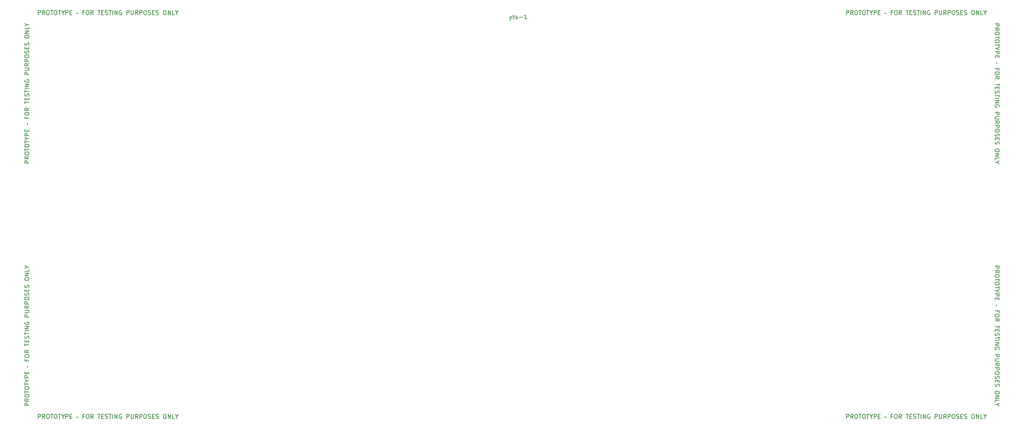
<source format=gto>
%TF.GenerationSoftware,KiCad,Pcbnew,(6.0.7-1)-1*%
%TF.CreationDate,2022-09-14T08:45:19+02:00*%
%TF.ProjectId,yts-switchblade,7974732d-7377-4697-9463-68626c616465,rev?*%
%TF.SameCoordinates,Original*%
%TF.FileFunction,Legend,Top*%
%TF.FilePolarity,Positive*%
%FSLAX46Y46*%
G04 Gerber Fmt 4.6, Leading zero omitted, Abs format (unit mm)*
G04 Created by KiCad (PCBNEW (6.0.7-1)-1) date 2022-09-14 08:45:19*
%MOMM*%
%LPD*%
G01*
G04 APERTURE LIST*
%ADD10C,0.150000*%
%ADD11C,2.200000*%
G04 APERTURE END LIST*
D10*
X32452380Y-76380952D02*
X31452380Y-76380952D01*
X31452380Y-76000000D01*
X31500000Y-75904761D01*
X31547619Y-75857142D01*
X31642857Y-75809523D01*
X31785714Y-75809523D01*
X31880952Y-75857142D01*
X31928571Y-75904761D01*
X31976190Y-76000000D01*
X31976190Y-76380952D01*
X32452380Y-74809523D02*
X31976190Y-75142857D01*
X32452380Y-75380952D02*
X31452380Y-75380952D01*
X31452380Y-75000000D01*
X31500000Y-74904761D01*
X31547619Y-74857142D01*
X31642857Y-74809523D01*
X31785714Y-74809523D01*
X31880952Y-74857142D01*
X31928571Y-74904761D01*
X31976190Y-75000000D01*
X31976190Y-75380952D01*
X31452380Y-74190476D02*
X31452380Y-74000000D01*
X31500000Y-73904761D01*
X31595238Y-73809523D01*
X31785714Y-73761904D01*
X32119047Y-73761904D01*
X32309523Y-73809523D01*
X32404761Y-73904761D01*
X32452380Y-74000000D01*
X32452380Y-74190476D01*
X32404761Y-74285714D01*
X32309523Y-74380952D01*
X32119047Y-74428571D01*
X31785714Y-74428571D01*
X31595238Y-74380952D01*
X31500000Y-74285714D01*
X31452380Y-74190476D01*
X31452380Y-73476190D02*
X31452380Y-72904761D01*
X32452380Y-73190476D02*
X31452380Y-73190476D01*
X31452380Y-72380952D02*
X31452380Y-72190476D01*
X31500000Y-72095238D01*
X31595238Y-72000000D01*
X31785714Y-71952380D01*
X32119047Y-71952380D01*
X32309523Y-72000000D01*
X32404761Y-72095238D01*
X32452380Y-72190476D01*
X32452380Y-72380952D01*
X32404761Y-72476190D01*
X32309523Y-72571428D01*
X32119047Y-72619047D01*
X31785714Y-72619047D01*
X31595238Y-72571428D01*
X31500000Y-72476190D01*
X31452380Y-72380952D01*
X31452380Y-71666666D02*
X31452380Y-71095238D01*
X32452380Y-71380952D02*
X31452380Y-71380952D01*
X31976190Y-70571428D02*
X32452380Y-70571428D01*
X31452380Y-70904761D02*
X31976190Y-70571428D01*
X31452380Y-70238095D01*
X32452380Y-69904761D02*
X31452380Y-69904761D01*
X31452380Y-69523809D01*
X31500000Y-69428571D01*
X31547619Y-69380952D01*
X31642857Y-69333333D01*
X31785714Y-69333333D01*
X31880952Y-69380952D01*
X31928571Y-69428571D01*
X31976190Y-69523809D01*
X31976190Y-69904761D01*
X31928571Y-68904761D02*
X31928571Y-68571428D01*
X32452380Y-68428571D02*
X32452380Y-68904761D01*
X31452380Y-68904761D01*
X31452380Y-68428571D01*
X32119047Y-67000000D02*
X32119047Y-67380952D01*
X31928571Y-65571428D02*
X31928571Y-65904761D01*
X32452380Y-65904761D02*
X31452380Y-65904761D01*
X31452380Y-65428571D01*
X31452380Y-64857142D02*
X31452380Y-64666666D01*
X31500000Y-64571428D01*
X31595238Y-64476190D01*
X31785714Y-64428571D01*
X32119047Y-64428571D01*
X32309523Y-64476190D01*
X32404761Y-64571428D01*
X32452380Y-64666666D01*
X32452380Y-64857142D01*
X32404761Y-64952380D01*
X32309523Y-65047619D01*
X32119047Y-65095238D01*
X31785714Y-65095238D01*
X31595238Y-65047619D01*
X31500000Y-64952380D01*
X31452380Y-64857142D01*
X32452380Y-63428571D02*
X31976190Y-63761904D01*
X32452380Y-64000000D02*
X31452380Y-64000000D01*
X31452380Y-63619047D01*
X31500000Y-63523809D01*
X31547619Y-63476190D01*
X31642857Y-63428571D01*
X31785714Y-63428571D01*
X31880952Y-63476190D01*
X31928571Y-63523809D01*
X31976190Y-63619047D01*
X31976190Y-64000000D01*
X31452380Y-62380952D02*
X31452380Y-61809523D01*
X32452380Y-62095238D02*
X31452380Y-62095238D01*
X31928571Y-61476190D02*
X31928571Y-61142857D01*
X32452380Y-61000000D02*
X32452380Y-61476190D01*
X31452380Y-61476190D01*
X31452380Y-61000000D01*
X32404761Y-60619047D02*
X32452380Y-60476190D01*
X32452380Y-60238095D01*
X32404761Y-60142857D01*
X32357142Y-60095238D01*
X32261904Y-60047619D01*
X32166666Y-60047619D01*
X32071428Y-60095238D01*
X32023809Y-60142857D01*
X31976190Y-60238095D01*
X31928571Y-60428571D01*
X31880952Y-60523809D01*
X31833333Y-60571428D01*
X31738095Y-60619047D01*
X31642857Y-60619047D01*
X31547619Y-60571428D01*
X31500000Y-60523809D01*
X31452380Y-60428571D01*
X31452380Y-60190476D01*
X31500000Y-60047619D01*
X31452380Y-59761904D02*
X31452380Y-59190476D01*
X32452380Y-59476190D02*
X31452380Y-59476190D01*
X32452380Y-58857142D02*
X31452380Y-58857142D01*
X32452380Y-58380952D02*
X31452380Y-58380952D01*
X32452380Y-57809523D01*
X31452380Y-57809523D01*
X31500000Y-56809523D02*
X31452380Y-56904761D01*
X31452380Y-57047619D01*
X31500000Y-57190476D01*
X31595238Y-57285714D01*
X31690476Y-57333333D01*
X31880952Y-57380952D01*
X32023809Y-57380952D01*
X32214285Y-57333333D01*
X32309523Y-57285714D01*
X32404761Y-57190476D01*
X32452380Y-57047619D01*
X32452380Y-56952380D01*
X32404761Y-56809523D01*
X32357142Y-56761904D01*
X32023809Y-56761904D01*
X32023809Y-56952380D01*
X32452380Y-55571428D02*
X31452380Y-55571428D01*
X31452380Y-55190476D01*
X31500000Y-55095238D01*
X31547619Y-55047619D01*
X31642857Y-55000000D01*
X31785714Y-55000000D01*
X31880952Y-55047619D01*
X31928571Y-55095238D01*
X31976190Y-55190476D01*
X31976190Y-55571428D01*
X31452380Y-54571428D02*
X32261904Y-54571428D01*
X32357142Y-54523809D01*
X32404761Y-54476190D01*
X32452380Y-54380952D01*
X32452380Y-54190476D01*
X32404761Y-54095238D01*
X32357142Y-54047619D01*
X32261904Y-54000000D01*
X31452380Y-54000000D01*
X32452380Y-52952380D02*
X31976190Y-53285714D01*
X32452380Y-53523809D02*
X31452380Y-53523809D01*
X31452380Y-53142857D01*
X31500000Y-53047619D01*
X31547619Y-53000000D01*
X31642857Y-52952380D01*
X31785714Y-52952380D01*
X31880952Y-53000000D01*
X31928571Y-53047619D01*
X31976190Y-53142857D01*
X31976190Y-53523809D01*
X32452380Y-52523809D02*
X31452380Y-52523809D01*
X31452380Y-52142857D01*
X31500000Y-52047619D01*
X31547619Y-52000000D01*
X31642857Y-51952380D01*
X31785714Y-51952380D01*
X31880952Y-52000000D01*
X31928571Y-52047619D01*
X31976190Y-52142857D01*
X31976190Y-52523809D01*
X31452380Y-51333333D02*
X31452380Y-51142857D01*
X31500000Y-51047619D01*
X31595238Y-50952380D01*
X31785714Y-50904761D01*
X32119047Y-50904761D01*
X32309523Y-50952380D01*
X32404761Y-51047619D01*
X32452380Y-51142857D01*
X32452380Y-51333333D01*
X32404761Y-51428571D01*
X32309523Y-51523809D01*
X32119047Y-51571428D01*
X31785714Y-51571428D01*
X31595238Y-51523809D01*
X31500000Y-51428571D01*
X31452380Y-51333333D01*
X32404761Y-50523809D02*
X32452380Y-50380952D01*
X32452380Y-50142857D01*
X32404761Y-50047619D01*
X32357142Y-50000000D01*
X32261904Y-49952380D01*
X32166666Y-49952380D01*
X32071428Y-50000000D01*
X32023809Y-50047619D01*
X31976190Y-50142857D01*
X31928571Y-50333333D01*
X31880952Y-50428571D01*
X31833333Y-50476190D01*
X31738095Y-50523809D01*
X31642857Y-50523809D01*
X31547619Y-50476190D01*
X31500000Y-50428571D01*
X31452380Y-50333333D01*
X31452380Y-50095238D01*
X31500000Y-49952380D01*
X31928571Y-49523809D02*
X31928571Y-49190476D01*
X32452380Y-49047619D02*
X32452380Y-49523809D01*
X31452380Y-49523809D01*
X31452380Y-49047619D01*
X32404761Y-48666666D02*
X32452380Y-48523809D01*
X32452380Y-48285714D01*
X32404761Y-48190476D01*
X32357142Y-48142857D01*
X32261904Y-48095238D01*
X32166666Y-48095238D01*
X32071428Y-48142857D01*
X32023809Y-48190476D01*
X31976190Y-48285714D01*
X31928571Y-48476190D01*
X31880952Y-48571428D01*
X31833333Y-48619047D01*
X31738095Y-48666666D01*
X31642857Y-48666666D01*
X31547619Y-48619047D01*
X31500000Y-48571428D01*
X31452380Y-48476190D01*
X31452380Y-48238095D01*
X31500000Y-48095238D01*
X31452380Y-46714285D02*
X31452380Y-46523809D01*
X31500000Y-46428571D01*
X31595238Y-46333333D01*
X31785714Y-46285714D01*
X32119047Y-46285714D01*
X32309523Y-46333333D01*
X32404761Y-46428571D01*
X32452380Y-46523809D01*
X32452380Y-46714285D01*
X32404761Y-46809523D01*
X32309523Y-46904761D01*
X32119047Y-46952380D01*
X31785714Y-46952380D01*
X31595238Y-46904761D01*
X31500000Y-46809523D01*
X31452380Y-46714285D01*
X32452380Y-45857142D02*
X31452380Y-45857142D01*
X32452380Y-45285714D01*
X31452380Y-45285714D01*
X32452380Y-44333333D02*
X32452380Y-44809523D01*
X31452380Y-44809523D01*
X31976190Y-43809523D02*
X32452380Y-43809523D01*
X31452380Y-44142857D02*
X31976190Y-43809523D01*
X31452380Y-43476190D01*
X224619047Y-136452380D02*
X224619047Y-135452380D01*
X225000000Y-135452380D01*
X225095238Y-135500000D01*
X225142857Y-135547619D01*
X225190476Y-135642857D01*
X225190476Y-135785714D01*
X225142857Y-135880952D01*
X225095238Y-135928571D01*
X225000000Y-135976190D01*
X224619047Y-135976190D01*
X226190476Y-136452380D02*
X225857142Y-135976190D01*
X225619047Y-136452380D02*
X225619047Y-135452380D01*
X226000000Y-135452380D01*
X226095238Y-135500000D01*
X226142857Y-135547619D01*
X226190476Y-135642857D01*
X226190476Y-135785714D01*
X226142857Y-135880952D01*
X226095238Y-135928571D01*
X226000000Y-135976190D01*
X225619047Y-135976190D01*
X226809523Y-135452380D02*
X227000000Y-135452380D01*
X227095238Y-135500000D01*
X227190476Y-135595238D01*
X227238095Y-135785714D01*
X227238095Y-136119047D01*
X227190476Y-136309523D01*
X227095238Y-136404761D01*
X227000000Y-136452380D01*
X226809523Y-136452380D01*
X226714285Y-136404761D01*
X226619047Y-136309523D01*
X226571428Y-136119047D01*
X226571428Y-135785714D01*
X226619047Y-135595238D01*
X226714285Y-135500000D01*
X226809523Y-135452380D01*
X227523809Y-135452380D02*
X228095238Y-135452380D01*
X227809523Y-136452380D02*
X227809523Y-135452380D01*
X228619047Y-135452380D02*
X228809523Y-135452380D01*
X228904761Y-135500000D01*
X229000000Y-135595238D01*
X229047619Y-135785714D01*
X229047619Y-136119047D01*
X229000000Y-136309523D01*
X228904761Y-136404761D01*
X228809523Y-136452380D01*
X228619047Y-136452380D01*
X228523809Y-136404761D01*
X228428571Y-136309523D01*
X228380952Y-136119047D01*
X228380952Y-135785714D01*
X228428571Y-135595238D01*
X228523809Y-135500000D01*
X228619047Y-135452380D01*
X229333333Y-135452380D02*
X229904761Y-135452380D01*
X229619047Y-136452380D02*
X229619047Y-135452380D01*
X230428571Y-135976190D02*
X230428571Y-136452380D01*
X230095238Y-135452380D02*
X230428571Y-135976190D01*
X230761904Y-135452380D01*
X231095238Y-136452380D02*
X231095238Y-135452380D01*
X231476190Y-135452380D01*
X231571428Y-135500000D01*
X231619047Y-135547619D01*
X231666666Y-135642857D01*
X231666666Y-135785714D01*
X231619047Y-135880952D01*
X231571428Y-135928571D01*
X231476190Y-135976190D01*
X231095238Y-135976190D01*
X232095238Y-135928571D02*
X232428571Y-135928571D01*
X232571428Y-136452380D02*
X232095238Y-136452380D01*
X232095238Y-135452380D01*
X232571428Y-135452380D01*
X234000000Y-136119047D02*
X233619047Y-136119047D01*
X235428571Y-135928571D02*
X235095238Y-135928571D01*
X235095238Y-136452380D02*
X235095238Y-135452380D01*
X235571428Y-135452380D01*
X236142857Y-135452380D02*
X236333333Y-135452380D01*
X236428571Y-135500000D01*
X236523809Y-135595238D01*
X236571428Y-135785714D01*
X236571428Y-136119047D01*
X236523809Y-136309523D01*
X236428571Y-136404761D01*
X236333333Y-136452380D01*
X236142857Y-136452380D01*
X236047619Y-136404761D01*
X235952380Y-136309523D01*
X235904761Y-136119047D01*
X235904761Y-135785714D01*
X235952380Y-135595238D01*
X236047619Y-135500000D01*
X236142857Y-135452380D01*
X237571428Y-136452380D02*
X237238095Y-135976190D01*
X237000000Y-136452380D02*
X237000000Y-135452380D01*
X237380952Y-135452380D01*
X237476190Y-135500000D01*
X237523809Y-135547619D01*
X237571428Y-135642857D01*
X237571428Y-135785714D01*
X237523809Y-135880952D01*
X237476190Y-135928571D01*
X237380952Y-135976190D01*
X237000000Y-135976190D01*
X238619047Y-135452380D02*
X239190476Y-135452380D01*
X238904761Y-136452380D02*
X238904761Y-135452380D01*
X239523809Y-135928571D02*
X239857142Y-135928571D01*
X240000000Y-136452380D02*
X239523809Y-136452380D01*
X239523809Y-135452380D01*
X240000000Y-135452380D01*
X240380952Y-136404761D02*
X240523809Y-136452380D01*
X240761904Y-136452380D01*
X240857142Y-136404761D01*
X240904761Y-136357142D01*
X240952380Y-136261904D01*
X240952380Y-136166666D01*
X240904761Y-136071428D01*
X240857142Y-136023809D01*
X240761904Y-135976190D01*
X240571428Y-135928571D01*
X240476190Y-135880952D01*
X240428571Y-135833333D01*
X240380952Y-135738095D01*
X240380952Y-135642857D01*
X240428571Y-135547619D01*
X240476190Y-135500000D01*
X240571428Y-135452380D01*
X240809523Y-135452380D01*
X240952380Y-135500000D01*
X241238095Y-135452380D02*
X241809523Y-135452380D01*
X241523809Y-136452380D02*
X241523809Y-135452380D01*
X242142857Y-136452380D02*
X242142857Y-135452380D01*
X242619047Y-136452380D02*
X242619047Y-135452380D01*
X243190476Y-136452380D01*
X243190476Y-135452380D01*
X244190476Y-135500000D02*
X244095238Y-135452380D01*
X243952380Y-135452380D01*
X243809523Y-135500000D01*
X243714285Y-135595238D01*
X243666666Y-135690476D01*
X243619047Y-135880952D01*
X243619047Y-136023809D01*
X243666666Y-136214285D01*
X243714285Y-136309523D01*
X243809523Y-136404761D01*
X243952380Y-136452380D01*
X244047619Y-136452380D01*
X244190476Y-136404761D01*
X244238095Y-136357142D01*
X244238095Y-136023809D01*
X244047619Y-136023809D01*
X245428571Y-136452380D02*
X245428571Y-135452380D01*
X245809523Y-135452380D01*
X245904761Y-135500000D01*
X245952380Y-135547619D01*
X246000000Y-135642857D01*
X246000000Y-135785714D01*
X245952380Y-135880952D01*
X245904761Y-135928571D01*
X245809523Y-135976190D01*
X245428571Y-135976190D01*
X246428571Y-135452380D02*
X246428571Y-136261904D01*
X246476190Y-136357142D01*
X246523809Y-136404761D01*
X246619047Y-136452380D01*
X246809523Y-136452380D01*
X246904761Y-136404761D01*
X246952380Y-136357142D01*
X247000000Y-136261904D01*
X247000000Y-135452380D01*
X248047619Y-136452380D02*
X247714285Y-135976190D01*
X247476190Y-136452380D02*
X247476190Y-135452380D01*
X247857142Y-135452380D01*
X247952380Y-135500000D01*
X248000000Y-135547619D01*
X248047619Y-135642857D01*
X248047619Y-135785714D01*
X248000000Y-135880952D01*
X247952380Y-135928571D01*
X247857142Y-135976190D01*
X247476190Y-135976190D01*
X248476190Y-136452380D02*
X248476190Y-135452380D01*
X248857142Y-135452380D01*
X248952380Y-135500000D01*
X249000000Y-135547619D01*
X249047619Y-135642857D01*
X249047619Y-135785714D01*
X249000000Y-135880952D01*
X248952380Y-135928571D01*
X248857142Y-135976190D01*
X248476190Y-135976190D01*
X249666666Y-135452380D02*
X249857142Y-135452380D01*
X249952380Y-135500000D01*
X250047619Y-135595238D01*
X250095238Y-135785714D01*
X250095238Y-136119047D01*
X250047619Y-136309523D01*
X249952380Y-136404761D01*
X249857142Y-136452380D01*
X249666666Y-136452380D01*
X249571428Y-136404761D01*
X249476190Y-136309523D01*
X249428571Y-136119047D01*
X249428571Y-135785714D01*
X249476190Y-135595238D01*
X249571428Y-135500000D01*
X249666666Y-135452380D01*
X250476190Y-136404761D02*
X250619047Y-136452380D01*
X250857142Y-136452380D01*
X250952380Y-136404761D01*
X251000000Y-136357142D01*
X251047619Y-136261904D01*
X251047619Y-136166666D01*
X251000000Y-136071428D01*
X250952380Y-136023809D01*
X250857142Y-135976190D01*
X250666666Y-135928571D01*
X250571428Y-135880952D01*
X250523809Y-135833333D01*
X250476190Y-135738095D01*
X250476190Y-135642857D01*
X250523809Y-135547619D01*
X250571428Y-135500000D01*
X250666666Y-135452380D01*
X250904761Y-135452380D01*
X251047619Y-135500000D01*
X251476190Y-135928571D02*
X251809523Y-135928571D01*
X251952380Y-136452380D02*
X251476190Y-136452380D01*
X251476190Y-135452380D01*
X251952380Y-135452380D01*
X252333333Y-136404761D02*
X252476190Y-136452380D01*
X252714285Y-136452380D01*
X252809523Y-136404761D01*
X252857142Y-136357142D01*
X252904761Y-136261904D01*
X252904761Y-136166666D01*
X252857142Y-136071428D01*
X252809523Y-136023809D01*
X252714285Y-135976190D01*
X252523809Y-135928571D01*
X252428571Y-135880952D01*
X252380952Y-135833333D01*
X252333333Y-135738095D01*
X252333333Y-135642857D01*
X252380952Y-135547619D01*
X252428571Y-135500000D01*
X252523809Y-135452380D01*
X252761904Y-135452380D01*
X252904761Y-135500000D01*
X254285714Y-135452380D02*
X254476190Y-135452380D01*
X254571428Y-135500000D01*
X254666666Y-135595238D01*
X254714285Y-135785714D01*
X254714285Y-136119047D01*
X254666666Y-136309523D01*
X254571428Y-136404761D01*
X254476190Y-136452380D01*
X254285714Y-136452380D01*
X254190476Y-136404761D01*
X254095238Y-136309523D01*
X254047619Y-136119047D01*
X254047619Y-135785714D01*
X254095238Y-135595238D01*
X254190476Y-135500000D01*
X254285714Y-135452380D01*
X255142857Y-136452380D02*
X255142857Y-135452380D01*
X255714285Y-136452380D01*
X255714285Y-135452380D01*
X256666666Y-136452380D02*
X256190476Y-136452380D01*
X256190476Y-135452380D01*
X257190476Y-135976190D02*
X257190476Y-136452380D01*
X256857142Y-135452380D02*
X257190476Y-135976190D01*
X257523809Y-135452380D01*
X224619047Y-41452380D02*
X224619047Y-40452380D01*
X225000000Y-40452380D01*
X225095238Y-40500000D01*
X225142857Y-40547619D01*
X225190476Y-40642857D01*
X225190476Y-40785714D01*
X225142857Y-40880952D01*
X225095238Y-40928571D01*
X225000000Y-40976190D01*
X224619047Y-40976190D01*
X226190476Y-41452380D02*
X225857142Y-40976190D01*
X225619047Y-41452380D02*
X225619047Y-40452380D01*
X226000000Y-40452380D01*
X226095238Y-40500000D01*
X226142857Y-40547619D01*
X226190476Y-40642857D01*
X226190476Y-40785714D01*
X226142857Y-40880952D01*
X226095238Y-40928571D01*
X226000000Y-40976190D01*
X225619047Y-40976190D01*
X226809523Y-40452380D02*
X227000000Y-40452380D01*
X227095238Y-40500000D01*
X227190476Y-40595238D01*
X227238095Y-40785714D01*
X227238095Y-41119047D01*
X227190476Y-41309523D01*
X227095238Y-41404761D01*
X227000000Y-41452380D01*
X226809523Y-41452380D01*
X226714285Y-41404761D01*
X226619047Y-41309523D01*
X226571428Y-41119047D01*
X226571428Y-40785714D01*
X226619047Y-40595238D01*
X226714285Y-40500000D01*
X226809523Y-40452380D01*
X227523809Y-40452380D02*
X228095238Y-40452380D01*
X227809523Y-41452380D02*
X227809523Y-40452380D01*
X228619047Y-40452380D02*
X228809523Y-40452380D01*
X228904761Y-40500000D01*
X229000000Y-40595238D01*
X229047619Y-40785714D01*
X229047619Y-41119047D01*
X229000000Y-41309523D01*
X228904761Y-41404761D01*
X228809523Y-41452380D01*
X228619047Y-41452380D01*
X228523809Y-41404761D01*
X228428571Y-41309523D01*
X228380952Y-41119047D01*
X228380952Y-40785714D01*
X228428571Y-40595238D01*
X228523809Y-40500000D01*
X228619047Y-40452380D01*
X229333333Y-40452380D02*
X229904761Y-40452380D01*
X229619047Y-41452380D02*
X229619047Y-40452380D01*
X230428571Y-40976190D02*
X230428571Y-41452380D01*
X230095238Y-40452380D02*
X230428571Y-40976190D01*
X230761904Y-40452380D01*
X231095238Y-41452380D02*
X231095238Y-40452380D01*
X231476190Y-40452380D01*
X231571428Y-40500000D01*
X231619047Y-40547619D01*
X231666666Y-40642857D01*
X231666666Y-40785714D01*
X231619047Y-40880952D01*
X231571428Y-40928571D01*
X231476190Y-40976190D01*
X231095238Y-40976190D01*
X232095238Y-40928571D02*
X232428571Y-40928571D01*
X232571428Y-41452380D02*
X232095238Y-41452380D01*
X232095238Y-40452380D01*
X232571428Y-40452380D01*
X234000000Y-41119047D02*
X233619047Y-41119047D01*
X235428571Y-40928571D02*
X235095238Y-40928571D01*
X235095238Y-41452380D02*
X235095238Y-40452380D01*
X235571428Y-40452380D01*
X236142857Y-40452380D02*
X236333333Y-40452380D01*
X236428571Y-40500000D01*
X236523809Y-40595238D01*
X236571428Y-40785714D01*
X236571428Y-41119047D01*
X236523809Y-41309523D01*
X236428571Y-41404761D01*
X236333333Y-41452380D01*
X236142857Y-41452380D01*
X236047619Y-41404761D01*
X235952380Y-41309523D01*
X235904761Y-41119047D01*
X235904761Y-40785714D01*
X235952380Y-40595238D01*
X236047619Y-40500000D01*
X236142857Y-40452380D01*
X237571428Y-41452380D02*
X237238095Y-40976190D01*
X237000000Y-41452380D02*
X237000000Y-40452380D01*
X237380952Y-40452380D01*
X237476190Y-40500000D01*
X237523809Y-40547619D01*
X237571428Y-40642857D01*
X237571428Y-40785714D01*
X237523809Y-40880952D01*
X237476190Y-40928571D01*
X237380952Y-40976190D01*
X237000000Y-40976190D01*
X238619047Y-40452380D02*
X239190476Y-40452380D01*
X238904761Y-41452380D02*
X238904761Y-40452380D01*
X239523809Y-40928571D02*
X239857142Y-40928571D01*
X240000000Y-41452380D02*
X239523809Y-41452380D01*
X239523809Y-40452380D01*
X240000000Y-40452380D01*
X240380952Y-41404761D02*
X240523809Y-41452380D01*
X240761904Y-41452380D01*
X240857142Y-41404761D01*
X240904761Y-41357142D01*
X240952380Y-41261904D01*
X240952380Y-41166666D01*
X240904761Y-41071428D01*
X240857142Y-41023809D01*
X240761904Y-40976190D01*
X240571428Y-40928571D01*
X240476190Y-40880952D01*
X240428571Y-40833333D01*
X240380952Y-40738095D01*
X240380952Y-40642857D01*
X240428571Y-40547619D01*
X240476190Y-40500000D01*
X240571428Y-40452380D01*
X240809523Y-40452380D01*
X240952380Y-40500000D01*
X241238095Y-40452380D02*
X241809523Y-40452380D01*
X241523809Y-41452380D02*
X241523809Y-40452380D01*
X242142857Y-41452380D02*
X242142857Y-40452380D01*
X242619047Y-41452380D02*
X242619047Y-40452380D01*
X243190476Y-41452380D01*
X243190476Y-40452380D01*
X244190476Y-40500000D02*
X244095238Y-40452380D01*
X243952380Y-40452380D01*
X243809523Y-40500000D01*
X243714285Y-40595238D01*
X243666666Y-40690476D01*
X243619047Y-40880952D01*
X243619047Y-41023809D01*
X243666666Y-41214285D01*
X243714285Y-41309523D01*
X243809523Y-41404761D01*
X243952380Y-41452380D01*
X244047619Y-41452380D01*
X244190476Y-41404761D01*
X244238095Y-41357142D01*
X244238095Y-41023809D01*
X244047619Y-41023809D01*
X245428571Y-41452380D02*
X245428571Y-40452380D01*
X245809523Y-40452380D01*
X245904761Y-40500000D01*
X245952380Y-40547619D01*
X246000000Y-40642857D01*
X246000000Y-40785714D01*
X245952380Y-40880952D01*
X245904761Y-40928571D01*
X245809523Y-40976190D01*
X245428571Y-40976190D01*
X246428571Y-40452380D02*
X246428571Y-41261904D01*
X246476190Y-41357142D01*
X246523809Y-41404761D01*
X246619047Y-41452380D01*
X246809523Y-41452380D01*
X246904761Y-41404761D01*
X246952380Y-41357142D01*
X247000000Y-41261904D01*
X247000000Y-40452380D01*
X248047619Y-41452380D02*
X247714285Y-40976190D01*
X247476190Y-41452380D02*
X247476190Y-40452380D01*
X247857142Y-40452380D01*
X247952380Y-40500000D01*
X248000000Y-40547619D01*
X248047619Y-40642857D01*
X248047619Y-40785714D01*
X248000000Y-40880952D01*
X247952380Y-40928571D01*
X247857142Y-40976190D01*
X247476190Y-40976190D01*
X248476190Y-41452380D02*
X248476190Y-40452380D01*
X248857142Y-40452380D01*
X248952380Y-40500000D01*
X249000000Y-40547619D01*
X249047619Y-40642857D01*
X249047619Y-40785714D01*
X249000000Y-40880952D01*
X248952380Y-40928571D01*
X248857142Y-40976190D01*
X248476190Y-40976190D01*
X249666666Y-40452380D02*
X249857142Y-40452380D01*
X249952380Y-40500000D01*
X250047619Y-40595238D01*
X250095238Y-40785714D01*
X250095238Y-41119047D01*
X250047619Y-41309523D01*
X249952380Y-41404761D01*
X249857142Y-41452380D01*
X249666666Y-41452380D01*
X249571428Y-41404761D01*
X249476190Y-41309523D01*
X249428571Y-41119047D01*
X249428571Y-40785714D01*
X249476190Y-40595238D01*
X249571428Y-40500000D01*
X249666666Y-40452380D01*
X250476190Y-41404761D02*
X250619047Y-41452380D01*
X250857142Y-41452380D01*
X250952380Y-41404761D01*
X251000000Y-41357142D01*
X251047619Y-41261904D01*
X251047619Y-41166666D01*
X251000000Y-41071428D01*
X250952380Y-41023809D01*
X250857142Y-40976190D01*
X250666666Y-40928571D01*
X250571428Y-40880952D01*
X250523809Y-40833333D01*
X250476190Y-40738095D01*
X250476190Y-40642857D01*
X250523809Y-40547619D01*
X250571428Y-40500000D01*
X250666666Y-40452380D01*
X250904761Y-40452380D01*
X251047619Y-40500000D01*
X251476190Y-40928571D02*
X251809523Y-40928571D01*
X251952380Y-41452380D02*
X251476190Y-41452380D01*
X251476190Y-40452380D01*
X251952380Y-40452380D01*
X252333333Y-41404761D02*
X252476190Y-41452380D01*
X252714285Y-41452380D01*
X252809523Y-41404761D01*
X252857142Y-41357142D01*
X252904761Y-41261904D01*
X252904761Y-41166666D01*
X252857142Y-41071428D01*
X252809523Y-41023809D01*
X252714285Y-40976190D01*
X252523809Y-40928571D01*
X252428571Y-40880952D01*
X252380952Y-40833333D01*
X252333333Y-40738095D01*
X252333333Y-40642857D01*
X252380952Y-40547619D01*
X252428571Y-40500000D01*
X252523809Y-40452380D01*
X252761904Y-40452380D01*
X252904761Y-40500000D01*
X254285714Y-40452380D02*
X254476190Y-40452380D01*
X254571428Y-40500000D01*
X254666666Y-40595238D01*
X254714285Y-40785714D01*
X254714285Y-41119047D01*
X254666666Y-41309523D01*
X254571428Y-41404761D01*
X254476190Y-41452380D01*
X254285714Y-41452380D01*
X254190476Y-41404761D01*
X254095238Y-41309523D01*
X254047619Y-41119047D01*
X254047619Y-40785714D01*
X254095238Y-40595238D01*
X254190476Y-40500000D01*
X254285714Y-40452380D01*
X255142857Y-41452380D02*
X255142857Y-40452380D01*
X255714285Y-41452380D01*
X255714285Y-40452380D01*
X256666666Y-41452380D02*
X256190476Y-41452380D01*
X256190476Y-40452380D01*
X257190476Y-40976190D02*
X257190476Y-41452380D01*
X256857142Y-40452380D02*
X257190476Y-40976190D01*
X257523809Y-40452380D01*
X34619047Y-41452380D02*
X34619047Y-40452380D01*
X35000000Y-40452380D01*
X35095238Y-40500000D01*
X35142857Y-40547619D01*
X35190476Y-40642857D01*
X35190476Y-40785714D01*
X35142857Y-40880952D01*
X35095238Y-40928571D01*
X35000000Y-40976190D01*
X34619047Y-40976190D01*
X36190476Y-41452380D02*
X35857142Y-40976190D01*
X35619047Y-41452380D02*
X35619047Y-40452380D01*
X36000000Y-40452380D01*
X36095238Y-40500000D01*
X36142857Y-40547619D01*
X36190476Y-40642857D01*
X36190476Y-40785714D01*
X36142857Y-40880952D01*
X36095238Y-40928571D01*
X36000000Y-40976190D01*
X35619047Y-40976190D01*
X36809523Y-40452380D02*
X37000000Y-40452380D01*
X37095238Y-40500000D01*
X37190476Y-40595238D01*
X37238095Y-40785714D01*
X37238095Y-41119047D01*
X37190476Y-41309523D01*
X37095238Y-41404761D01*
X37000000Y-41452380D01*
X36809523Y-41452380D01*
X36714285Y-41404761D01*
X36619047Y-41309523D01*
X36571428Y-41119047D01*
X36571428Y-40785714D01*
X36619047Y-40595238D01*
X36714285Y-40500000D01*
X36809523Y-40452380D01*
X37523809Y-40452380D02*
X38095238Y-40452380D01*
X37809523Y-41452380D02*
X37809523Y-40452380D01*
X38619047Y-40452380D02*
X38809523Y-40452380D01*
X38904761Y-40500000D01*
X39000000Y-40595238D01*
X39047619Y-40785714D01*
X39047619Y-41119047D01*
X39000000Y-41309523D01*
X38904761Y-41404761D01*
X38809523Y-41452380D01*
X38619047Y-41452380D01*
X38523809Y-41404761D01*
X38428571Y-41309523D01*
X38380952Y-41119047D01*
X38380952Y-40785714D01*
X38428571Y-40595238D01*
X38523809Y-40500000D01*
X38619047Y-40452380D01*
X39333333Y-40452380D02*
X39904761Y-40452380D01*
X39619047Y-41452380D02*
X39619047Y-40452380D01*
X40428571Y-40976190D02*
X40428571Y-41452380D01*
X40095238Y-40452380D02*
X40428571Y-40976190D01*
X40761904Y-40452380D01*
X41095238Y-41452380D02*
X41095238Y-40452380D01*
X41476190Y-40452380D01*
X41571428Y-40500000D01*
X41619047Y-40547619D01*
X41666666Y-40642857D01*
X41666666Y-40785714D01*
X41619047Y-40880952D01*
X41571428Y-40928571D01*
X41476190Y-40976190D01*
X41095238Y-40976190D01*
X42095238Y-40928571D02*
X42428571Y-40928571D01*
X42571428Y-41452380D02*
X42095238Y-41452380D01*
X42095238Y-40452380D01*
X42571428Y-40452380D01*
X44000000Y-41119047D02*
X43619047Y-41119047D01*
X45428571Y-40928571D02*
X45095238Y-40928571D01*
X45095238Y-41452380D02*
X45095238Y-40452380D01*
X45571428Y-40452380D01*
X46142857Y-40452380D02*
X46333333Y-40452380D01*
X46428571Y-40500000D01*
X46523809Y-40595238D01*
X46571428Y-40785714D01*
X46571428Y-41119047D01*
X46523809Y-41309523D01*
X46428571Y-41404761D01*
X46333333Y-41452380D01*
X46142857Y-41452380D01*
X46047619Y-41404761D01*
X45952380Y-41309523D01*
X45904761Y-41119047D01*
X45904761Y-40785714D01*
X45952380Y-40595238D01*
X46047619Y-40500000D01*
X46142857Y-40452380D01*
X47571428Y-41452380D02*
X47238095Y-40976190D01*
X47000000Y-41452380D02*
X47000000Y-40452380D01*
X47380952Y-40452380D01*
X47476190Y-40500000D01*
X47523809Y-40547619D01*
X47571428Y-40642857D01*
X47571428Y-40785714D01*
X47523809Y-40880952D01*
X47476190Y-40928571D01*
X47380952Y-40976190D01*
X47000000Y-40976190D01*
X48619047Y-40452380D02*
X49190476Y-40452380D01*
X48904761Y-41452380D02*
X48904761Y-40452380D01*
X49523809Y-40928571D02*
X49857142Y-40928571D01*
X49999999Y-41452380D02*
X49523809Y-41452380D01*
X49523809Y-40452380D01*
X49999999Y-40452380D01*
X50380952Y-41404761D02*
X50523809Y-41452380D01*
X50761904Y-41452380D01*
X50857142Y-41404761D01*
X50904761Y-41357142D01*
X50952380Y-41261904D01*
X50952380Y-41166666D01*
X50904761Y-41071428D01*
X50857142Y-41023809D01*
X50761904Y-40976190D01*
X50571428Y-40928571D01*
X50476190Y-40880952D01*
X50428571Y-40833333D01*
X50380952Y-40738095D01*
X50380952Y-40642857D01*
X50428571Y-40547619D01*
X50476190Y-40500000D01*
X50571428Y-40452380D01*
X50809523Y-40452380D01*
X50952380Y-40500000D01*
X51238095Y-40452380D02*
X51809523Y-40452380D01*
X51523809Y-41452380D02*
X51523809Y-40452380D01*
X52142857Y-41452380D02*
X52142857Y-40452380D01*
X52619047Y-41452380D02*
X52619047Y-40452380D01*
X53190476Y-41452380D01*
X53190476Y-40452380D01*
X54190476Y-40500000D02*
X54095238Y-40452380D01*
X53952380Y-40452380D01*
X53809523Y-40500000D01*
X53714285Y-40595238D01*
X53666666Y-40690476D01*
X53619047Y-40880952D01*
X53619047Y-41023809D01*
X53666666Y-41214285D01*
X53714285Y-41309523D01*
X53809523Y-41404761D01*
X53952380Y-41452380D01*
X54047619Y-41452380D01*
X54190476Y-41404761D01*
X54238095Y-41357142D01*
X54238095Y-41023809D01*
X54047619Y-41023809D01*
X55428571Y-41452380D02*
X55428571Y-40452380D01*
X55809523Y-40452380D01*
X55904761Y-40500000D01*
X55952380Y-40547619D01*
X56000000Y-40642857D01*
X56000000Y-40785714D01*
X55952380Y-40880952D01*
X55904761Y-40928571D01*
X55809523Y-40976190D01*
X55428571Y-40976190D01*
X56428571Y-40452380D02*
X56428571Y-41261904D01*
X56476190Y-41357142D01*
X56523809Y-41404761D01*
X56619047Y-41452380D01*
X56809523Y-41452380D01*
X56904761Y-41404761D01*
X56952380Y-41357142D01*
X57000000Y-41261904D01*
X57000000Y-40452380D01*
X58047619Y-41452380D02*
X57714285Y-40976190D01*
X57476190Y-41452380D02*
X57476190Y-40452380D01*
X57857142Y-40452380D01*
X57952380Y-40500000D01*
X58000000Y-40547619D01*
X58047619Y-40642857D01*
X58047619Y-40785714D01*
X58000000Y-40880952D01*
X57952380Y-40928571D01*
X57857142Y-40976190D01*
X57476190Y-40976190D01*
X58476190Y-41452380D02*
X58476190Y-40452380D01*
X58857142Y-40452380D01*
X58952380Y-40500000D01*
X59000000Y-40547619D01*
X59047619Y-40642857D01*
X59047619Y-40785714D01*
X59000000Y-40880952D01*
X58952380Y-40928571D01*
X58857142Y-40976190D01*
X58476190Y-40976190D01*
X59666666Y-40452380D02*
X59857142Y-40452380D01*
X59952380Y-40500000D01*
X60047619Y-40595238D01*
X60095238Y-40785714D01*
X60095238Y-41119047D01*
X60047619Y-41309523D01*
X59952380Y-41404761D01*
X59857142Y-41452380D01*
X59666666Y-41452380D01*
X59571428Y-41404761D01*
X59476190Y-41309523D01*
X59428571Y-41119047D01*
X59428571Y-40785714D01*
X59476190Y-40595238D01*
X59571428Y-40500000D01*
X59666666Y-40452380D01*
X60476190Y-41404761D02*
X60619047Y-41452380D01*
X60857142Y-41452380D01*
X60952380Y-41404761D01*
X61000000Y-41357142D01*
X61047619Y-41261904D01*
X61047619Y-41166666D01*
X61000000Y-41071428D01*
X60952380Y-41023809D01*
X60857142Y-40976190D01*
X60666666Y-40928571D01*
X60571428Y-40880952D01*
X60523809Y-40833333D01*
X60476190Y-40738095D01*
X60476190Y-40642857D01*
X60523809Y-40547619D01*
X60571428Y-40500000D01*
X60666666Y-40452380D01*
X60904761Y-40452380D01*
X61047619Y-40500000D01*
X61476190Y-40928571D02*
X61809523Y-40928571D01*
X61952380Y-41452380D02*
X61476190Y-41452380D01*
X61476190Y-40452380D01*
X61952380Y-40452380D01*
X62333333Y-41404761D02*
X62476190Y-41452380D01*
X62714285Y-41452380D01*
X62809523Y-41404761D01*
X62857142Y-41357142D01*
X62904761Y-41261904D01*
X62904761Y-41166666D01*
X62857142Y-41071428D01*
X62809523Y-41023809D01*
X62714285Y-40976190D01*
X62523809Y-40928571D01*
X62428571Y-40880952D01*
X62380952Y-40833333D01*
X62333333Y-40738095D01*
X62333333Y-40642857D01*
X62380952Y-40547619D01*
X62428571Y-40500000D01*
X62523809Y-40452380D01*
X62761904Y-40452380D01*
X62904761Y-40500000D01*
X64285714Y-40452380D02*
X64476190Y-40452380D01*
X64571428Y-40500000D01*
X64666666Y-40595238D01*
X64714285Y-40785714D01*
X64714285Y-41119047D01*
X64666666Y-41309523D01*
X64571428Y-41404761D01*
X64476190Y-41452380D01*
X64285714Y-41452380D01*
X64190476Y-41404761D01*
X64095238Y-41309523D01*
X64047619Y-41119047D01*
X64047619Y-40785714D01*
X64095238Y-40595238D01*
X64190476Y-40500000D01*
X64285714Y-40452380D01*
X65142857Y-41452380D02*
X65142857Y-40452380D01*
X65714285Y-41452380D01*
X65714285Y-40452380D01*
X66666666Y-41452380D02*
X66190476Y-41452380D01*
X66190476Y-40452380D01*
X67190476Y-40976190D02*
X67190476Y-41452380D01*
X66857142Y-40452380D02*
X67190476Y-40976190D01*
X67523809Y-40452380D01*
X259547619Y-43619047D02*
X260547619Y-43619047D01*
X260547619Y-44000000D01*
X260500000Y-44095238D01*
X260452380Y-44142857D01*
X260357142Y-44190476D01*
X260214285Y-44190476D01*
X260119047Y-44142857D01*
X260071428Y-44095238D01*
X260023809Y-44000000D01*
X260023809Y-43619047D01*
X259547619Y-45190476D02*
X260023809Y-44857142D01*
X259547619Y-44619047D02*
X260547619Y-44619047D01*
X260547619Y-45000000D01*
X260500000Y-45095238D01*
X260452380Y-45142857D01*
X260357142Y-45190476D01*
X260214285Y-45190476D01*
X260119047Y-45142857D01*
X260071428Y-45095238D01*
X260023809Y-45000000D01*
X260023809Y-44619047D01*
X260547619Y-45809523D02*
X260547619Y-46000000D01*
X260500000Y-46095238D01*
X260404761Y-46190476D01*
X260214285Y-46238095D01*
X259880952Y-46238095D01*
X259690476Y-46190476D01*
X259595238Y-46095238D01*
X259547619Y-46000000D01*
X259547619Y-45809523D01*
X259595238Y-45714285D01*
X259690476Y-45619047D01*
X259880952Y-45571428D01*
X260214285Y-45571428D01*
X260404761Y-45619047D01*
X260500000Y-45714285D01*
X260547619Y-45809523D01*
X260547619Y-46523809D02*
X260547619Y-47095238D01*
X259547619Y-46809523D02*
X260547619Y-46809523D01*
X260547619Y-47619047D02*
X260547619Y-47809523D01*
X260500000Y-47904761D01*
X260404761Y-48000000D01*
X260214285Y-48047619D01*
X259880952Y-48047619D01*
X259690476Y-48000000D01*
X259595238Y-47904761D01*
X259547619Y-47809523D01*
X259547619Y-47619047D01*
X259595238Y-47523809D01*
X259690476Y-47428571D01*
X259880952Y-47380952D01*
X260214285Y-47380952D01*
X260404761Y-47428571D01*
X260500000Y-47523809D01*
X260547619Y-47619047D01*
X260547619Y-48333333D02*
X260547619Y-48904761D01*
X259547619Y-48619047D02*
X260547619Y-48619047D01*
X260023809Y-49428571D02*
X259547619Y-49428571D01*
X260547619Y-49095238D02*
X260023809Y-49428571D01*
X260547619Y-49761904D01*
X259547619Y-50095238D02*
X260547619Y-50095238D01*
X260547619Y-50476190D01*
X260500000Y-50571428D01*
X260452380Y-50619047D01*
X260357142Y-50666666D01*
X260214285Y-50666666D01*
X260119047Y-50619047D01*
X260071428Y-50571428D01*
X260023809Y-50476190D01*
X260023809Y-50095238D01*
X260071428Y-51095238D02*
X260071428Y-51428571D01*
X259547619Y-51571428D02*
X259547619Y-51095238D01*
X260547619Y-51095238D01*
X260547619Y-51571428D01*
X259880952Y-53000000D02*
X259880952Y-52619047D01*
X260071428Y-54428571D02*
X260071428Y-54095238D01*
X259547619Y-54095238D02*
X260547619Y-54095238D01*
X260547619Y-54571428D01*
X260547619Y-55142857D02*
X260547619Y-55333333D01*
X260500000Y-55428571D01*
X260404761Y-55523809D01*
X260214285Y-55571428D01*
X259880952Y-55571428D01*
X259690476Y-55523809D01*
X259595238Y-55428571D01*
X259547619Y-55333333D01*
X259547619Y-55142857D01*
X259595238Y-55047619D01*
X259690476Y-54952380D01*
X259880952Y-54904761D01*
X260214285Y-54904761D01*
X260404761Y-54952380D01*
X260500000Y-55047619D01*
X260547619Y-55142857D01*
X259547619Y-56571428D02*
X260023809Y-56238095D01*
X259547619Y-56000000D02*
X260547619Y-56000000D01*
X260547619Y-56380952D01*
X260500000Y-56476190D01*
X260452380Y-56523809D01*
X260357142Y-56571428D01*
X260214285Y-56571428D01*
X260119047Y-56523809D01*
X260071428Y-56476190D01*
X260023809Y-56380952D01*
X260023809Y-56000000D01*
X260547619Y-57619047D02*
X260547619Y-58190476D01*
X259547619Y-57904761D02*
X260547619Y-57904761D01*
X260071428Y-58523809D02*
X260071428Y-58857142D01*
X259547619Y-59000000D02*
X259547619Y-58523809D01*
X260547619Y-58523809D01*
X260547619Y-59000000D01*
X259595238Y-59380952D02*
X259547619Y-59523809D01*
X259547619Y-59761904D01*
X259595238Y-59857142D01*
X259642857Y-59904761D01*
X259738095Y-59952380D01*
X259833333Y-59952380D01*
X259928571Y-59904761D01*
X259976190Y-59857142D01*
X260023809Y-59761904D01*
X260071428Y-59571428D01*
X260119047Y-59476190D01*
X260166666Y-59428571D01*
X260261904Y-59380952D01*
X260357142Y-59380952D01*
X260452380Y-59428571D01*
X260500000Y-59476190D01*
X260547619Y-59571428D01*
X260547619Y-59809523D01*
X260500000Y-59952380D01*
X260547619Y-60238095D02*
X260547619Y-60809523D01*
X259547619Y-60523809D02*
X260547619Y-60523809D01*
X259547619Y-61142857D02*
X260547619Y-61142857D01*
X259547619Y-61619047D02*
X260547619Y-61619047D01*
X259547619Y-62190476D01*
X260547619Y-62190476D01*
X260500000Y-63190476D02*
X260547619Y-63095238D01*
X260547619Y-62952380D01*
X260500000Y-62809523D01*
X260404761Y-62714285D01*
X260309523Y-62666666D01*
X260119047Y-62619047D01*
X259976190Y-62619047D01*
X259785714Y-62666666D01*
X259690476Y-62714285D01*
X259595238Y-62809523D01*
X259547619Y-62952380D01*
X259547619Y-63047619D01*
X259595238Y-63190476D01*
X259642857Y-63238095D01*
X259976190Y-63238095D01*
X259976190Y-63047619D01*
X259547619Y-64428571D02*
X260547619Y-64428571D01*
X260547619Y-64809523D01*
X260500000Y-64904761D01*
X260452380Y-64952380D01*
X260357142Y-65000000D01*
X260214285Y-65000000D01*
X260119047Y-64952380D01*
X260071428Y-64904761D01*
X260023809Y-64809523D01*
X260023809Y-64428571D01*
X260547619Y-65428571D02*
X259738095Y-65428571D01*
X259642857Y-65476190D01*
X259595238Y-65523809D01*
X259547619Y-65619047D01*
X259547619Y-65809523D01*
X259595238Y-65904761D01*
X259642857Y-65952380D01*
X259738095Y-66000000D01*
X260547619Y-66000000D01*
X259547619Y-67047619D02*
X260023809Y-66714285D01*
X259547619Y-66476190D02*
X260547619Y-66476190D01*
X260547619Y-66857142D01*
X260500000Y-66952380D01*
X260452380Y-67000000D01*
X260357142Y-67047619D01*
X260214285Y-67047619D01*
X260119047Y-67000000D01*
X260071428Y-66952380D01*
X260023809Y-66857142D01*
X260023809Y-66476190D01*
X259547619Y-67476190D02*
X260547619Y-67476190D01*
X260547619Y-67857142D01*
X260500000Y-67952380D01*
X260452380Y-68000000D01*
X260357142Y-68047619D01*
X260214285Y-68047619D01*
X260119047Y-68000000D01*
X260071428Y-67952380D01*
X260023809Y-67857142D01*
X260023809Y-67476190D01*
X260547619Y-68666666D02*
X260547619Y-68857142D01*
X260500000Y-68952380D01*
X260404761Y-69047619D01*
X260214285Y-69095238D01*
X259880952Y-69095238D01*
X259690476Y-69047619D01*
X259595238Y-68952380D01*
X259547619Y-68857142D01*
X259547619Y-68666666D01*
X259595238Y-68571428D01*
X259690476Y-68476190D01*
X259880952Y-68428571D01*
X260214285Y-68428571D01*
X260404761Y-68476190D01*
X260500000Y-68571428D01*
X260547619Y-68666666D01*
X259595238Y-69476190D02*
X259547619Y-69619047D01*
X259547619Y-69857142D01*
X259595238Y-69952380D01*
X259642857Y-70000000D01*
X259738095Y-70047619D01*
X259833333Y-70047619D01*
X259928571Y-70000000D01*
X259976190Y-69952380D01*
X260023809Y-69857142D01*
X260071428Y-69666666D01*
X260119047Y-69571428D01*
X260166666Y-69523809D01*
X260261904Y-69476190D01*
X260357142Y-69476190D01*
X260452380Y-69523809D01*
X260500000Y-69571428D01*
X260547619Y-69666666D01*
X260547619Y-69904761D01*
X260500000Y-70047619D01*
X260071428Y-70476190D02*
X260071428Y-70809523D01*
X259547619Y-70952380D02*
X259547619Y-70476190D01*
X260547619Y-70476190D01*
X260547619Y-70952380D01*
X259595238Y-71333333D02*
X259547619Y-71476190D01*
X259547619Y-71714285D01*
X259595238Y-71809523D01*
X259642857Y-71857142D01*
X259738095Y-71904761D01*
X259833333Y-71904761D01*
X259928571Y-71857142D01*
X259976190Y-71809523D01*
X260023809Y-71714285D01*
X260071428Y-71523809D01*
X260119047Y-71428571D01*
X260166666Y-71380952D01*
X260261904Y-71333333D01*
X260357142Y-71333333D01*
X260452380Y-71380952D01*
X260500000Y-71428571D01*
X260547619Y-71523809D01*
X260547619Y-71761904D01*
X260500000Y-71904761D01*
X260547619Y-73285714D02*
X260547619Y-73476190D01*
X260500000Y-73571428D01*
X260404761Y-73666666D01*
X260214285Y-73714285D01*
X259880952Y-73714285D01*
X259690476Y-73666666D01*
X259595238Y-73571428D01*
X259547619Y-73476190D01*
X259547619Y-73285714D01*
X259595238Y-73190476D01*
X259690476Y-73095238D01*
X259880952Y-73047619D01*
X260214285Y-73047619D01*
X260404761Y-73095238D01*
X260500000Y-73190476D01*
X260547619Y-73285714D01*
X259547619Y-74142857D02*
X260547619Y-74142857D01*
X259547619Y-74714285D01*
X260547619Y-74714285D01*
X259547619Y-75666666D02*
X259547619Y-75190476D01*
X260547619Y-75190476D01*
X260023809Y-76190476D02*
X259547619Y-76190476D01*
X260547619Y-75857142D02*
X260023809Y-76190476D01*
X260547619Y-76523809D01*
X32452380Y-133380952D02*
X31452380Y-133380952D01*
X31452380Y-133000000D01*
X31500000Y-132904761D01*
X31547619Y-132857142D01*
X31642857Y-132809523D01*
X31785714Y-132809523D01*
X31880952Y-132857142D01*
X31928571Y-132904761D01*
X31976190Y-133000000D01*
X31976190Y-133380952D01*
X32452380Y-131809523D02*
X31976190Y-132142857D01*
X32452380Y-132380952D02*
X31452380Y-132380952D01*
X31452380Y-132000000D01*
X31500000Y-131904761D01*
X31547619Y-131857142D01*
X31642857Y-131809523D01*
X31785714Y-131809523D01*
X31880952Y-131857142D01*
X31928571Y-131904761D01*
X31976190Y-132000000D01*
X31976190Y-132380952D01*
X31452380Y-131190476D02*
X31452380Y-131000000D01*
X31500000Y-130904761D01*
X31595238Y-130809523D01*
X31785714Y-130761904D01*
X32119047Y-130761904D01*
X32309523Y-130809523D01*
X32404761Y-130904761D01*
X32452380Y-131000000D01*
X32452380Y-131190476D01*
X32404761Y-131285714D01*
X32309523Y-131380952D01*
X32119047Y-131428571D01*
X31785714Y-131428571D01*
X31595238Y-131380952D01*
X31500000Y-131285714D01*
X31452380Y-131190476D01*
X31452380Y-130476190D02*
X31452380Y-129904761D01*
X32452380Y-130190476D02*
X31452380Y-130190476D01*
X31452380Y-129380952D02*
X31452380Y-129190476D01*
X31500000Y-129095238D01*
X31595238Y-129000000D01*
X31785714Y-128952380D01*
X32119047Y-128952380D01*
X32309523Y-129000000D01*
X32404761Y-129095238D01*
X32452380Y-129190476D01*
X32452380Y-129380952D01*
X32404761Y-129476190D01*
X32309523Y-129571428D01*
X32119047Y-129619047D01*
X31785714Y-129619047D01*
X31595238Y-129571428D01*
X31500000Y-129476190D01*
X31452380Y-129380952D01*
X31452380Y-128666666D02*
X31452380Y-128095238D01*
X32452380Y-128380952D02*
X31452380Y-128380952D01*
X31976190Y-127571428D02*
X32452380Y-127571428D01*
X31452380Y-127904761D02*
X31976190Y-127571428D01*
X31452380Y-127238095D01*
X32452380Y-126904761D02*
X31452380Y-126904761D01*
X31452380Y-126523809D01*
X31500000Y-126428571D01*
X31547619Y-126380952D01*
X31642857Y-126333333D01*
X31785714Y-126333333D01*
X31880952Y-126380952D01*
X31928571Y-126428571D01*
X31976190Y-126523809D01*
X31976190Y-126904761D01*
X31928571Y-125904761D02*
X31928571Y-125571428D01*
X32452380Y-125428571D02*
X32452380Y-125904761D01*
X31452380Y-125904761D01*
X31452380Y-125428571D01*
X32119047Y-124000000D02*
X32119047Y-124380952D01*
X31928571Y-122571428D02*
X31928571Y-122904761D01*
X32452380Y-122904761D02*
X31452380Y-122904761D01*
X31452380Y-122428571D01*
X31452380Y-121857142D02*
X31452380Y-121666666D01*
X31500000Y-121571428D01*
X31595238Y-121476190D01*
X31785714Y-121428571D01*
X32119047Y-121428571D01*
X32309523Y-121476190D01*
X32404761Y-121571428D01*
X32452380Y-121666666D01*
X32452380Y-121857142D01*
X32404761Y-121952380D01*
X32309523Y-122047619D01*
X32119047Y-122095238D01*
X31785714Y-122095238D01*
X31595238Y-122047619D01*
X31500000Y-121952380D01*
X31452380Y-121857142D01*
X32452380Y-120428571D02*
X31976190Y-120761904D01*
X32452380Y-121000000D02*
X31452380Y-121000000D01*
X31452380Y-120619047D01*
X31500000Y-120523809D01*
X31547619Y-120476190D01*
X31642857Y-120428571D01*
X31785714Y-120428571D01*
X31880952Y-120476190D01*
X31928571Y-120523809D01*
X31976190Y-120619047D01*
X31976190Y-121000000D01*
X31452380Y-119380952D02*
X31452380Y-118809523D01*
X32452380Y-119095238D02*
X31452380Y-119095238D01*
X31928571Y-118476190D02*
X31928571Y-118142857D01*
X32452380Y-118000000D02*
X32452380Y-118476190D01*
X31452380Y-118476190D01*
X31452380Y-118000000D01*
X32404761Y-117619047D02*
X32452380Y-117476190D01*
X32452380Y-117238095D01*
X32404761Y-117142857D01*
X32357142Y-117095238D01*
X32261904Y-117047619D01*
X32166666Y-117047619D01*
X32071428Y-117095238D01*
X32023809Y-117142857D01*
X31976190Y-117238095D01*
X31928571Y-117428571D01*
X31880952Y-117523809D01*
X31833333Y-117571428D01*
X31738095Y-117619047D01*
X31642857Y-117619047D01*
X31547619Y-117571428D01*
X31500000Y-117523809D01*
X31452380Y-117428571D01*
X31452380Y-117190476D01*
X31500000Y-117047619D01*
X31452380Y-116761904D02*
X31452380Y-116190476D01*
X32452380Y-116476190D02*
X31452380Y-116476190D01*
X32452380Y-115857142D02*
X31452380Y-115857142D01*
X32452380Y-115380952D02*
X31452380Y-115380952D01*
X32452380Y-114809523D01*
X31452380Y-114809523D01*
X31500000Y-113809523D02*
X31452380Y-113904761D01*
X31452380Y-114047619D01*
X31500000Y-114190476D01*
X31595238Y-114285714D01*
X31690476Y-114333333D01*
X31880952Y-114380952D01*
X32023809Y-114380952D01*
X32214285Y-114333333D01*
X32309523Y-114285714D01*
X32404761Y-114190476D01*
X32452380Y-114047619D01*
X32452380Y-113952380D01*
X32404761Y-113809523D01*
X32357142Y-113761904D01*
X32023809Y-113761904D01*
X32023809Y-113952380D01*
X32452380Y-112571428D02*
X31452380Y-112571428D01*
X31452380Y-112190476D01*
X31500000Y-112095238D01*
X31547619Y-112047619D01*
X31642857Y-112000000D01*
X31785714Y-112000000D01*
X31880952Y-112047619D01*
X31928571Y-112095238D01*
X31976190Y-112190476D01*
X31976190Y-112571428D01*
X31452380Y-111571428D02*
X32261904Y-111571428D01*
X32357142Y-111523809D01*
X32404761Y-111476190D01*
X32452380Y-111380952D01*
X32452380Y-111190476D01*
X32404761Y-111095238D01*
X32357142Y-111047619D01*
X32261904Y-111000000D01*
X31452380Y-111000000D01*
X32452380Y-109952380D02*
X31976190Y-110285714D01*
X32452380Y-110523809D02*
X31452380Y-110523809D01*
X31452380Y-110142857D01*
X31500000Y-110047619D01*
X31547619Y-110000000D01*
X31642857Y-109952380D01*
X31785714Y-109952380D01*
X31880952Y-110000000D01*
X31928571Y-110047619D01*
X31976190Y-110142857D01*
X31976190Y-110523809D01*
X32452380Y-109523809D02*
X31452380Y-109523809D01*
X31452380Y-109142857D01*
X31500000Y-109047619D01*
X31547619Y-109000000D01*
X31642857Y-108952380D01*
X31785714Y-108952380D01*
X31880952Y-109000000D01*
X31928571Y-109047619D01*
X31976190Y-109142857D01*
X31976190Y-109523809D01*
X31452380Y-108333333D02*
X31452380Y-108142857D01*
X31500000Y-108047619D01*
X31595238Y-107952380D01*
X31785714Y-107904761D01*
X32119047Y-107904761D01*
X32309523Y-107952380D01*
X32404761Y-108047619D01*
X32452380Y-108142857D01*
X32452380Y-108333333D01*
X32404761Y-108428571D01*
X32309523Y-108523809D01*
X32119047Y-108571428D01*
X31785714Y-108571428D01*
X31595238Y-108523809D01*
X31500000Y-108428571D01*
X31452380Y-108333333D01*
X32404761Y-107523809D02*
X32452380Y-107380952D01*
X32452380Y-107142857D01*
X32404761Y-107047619D01*
X32357142Y-107000000D01*
X32261904Y-106952380D01*
X32166666Y-106952380D01*
X32071428Y-107000000D01*
X32023809Y-107047619D01*
X31976190Y-107142857D01*
X31928571Y-107333333D01*
X31880952Y-107428571D01*
X31833333Y-107476190D01*
X31738095Y-107523809D01*
X31642857Y-107523809D01*
X31547619Y-107476190D01*
X31500000Y-107428571D01*
X31452380Y-107333333D01*
X31452380Y-107095238D01*
X31500000Y-106952380D01*
X31928571Y-106523809D02*
X31928571Y-106190476D01*
X32452380Y-106047619D02*
X32452380Y-106523809D01*
X31452380Y-106523809D01*
X31452380Y-106047619D01*
X32404761Y-105666666D02*
X32452380Y-105523809D01*
X32452380Y-105285714D01*
X32404761Y-105190476D01*
X32357142Y-105142857D01*
X32261904Y-105095238D01*
X32166666Y-105095238D01*
X32071428Y-105142857D01*
X32023809Y-105190476D01*
X31976190Y-105285714D01*
X31928571Y-105476190D01*
X31880952Y-105571428D01*
X31833333Y-105619047D01*
X31738095Y-105666666D01*
X31642857Y-105666666D01*
X31547619Y-105619047D01*
X31500000Y-105571428D01*
X31452380Y-105476190D01*
X31452380Y-105238095D01*
X31500000Y-105095238D01*
X31452380Y-103714285D02*
X31452380Y-103523809D01*
X31500000Y-103428571D01*
X31595238Y-103333333D01*
X31785714Y-103285714D01*
X32119047Y-103285714D01*
X32309523Y-103333333D01*
X32404761Y-103428571D01*
X32452380Y-103523809D01*
X32452380Y-103714285D01*
X32404761Y-103809523D01*
X32309523Y-103904761D01*
X32119047Y-103952380D01*
X31785714Y-103952380D01*
X31595238Y-103904761D01*
X31500000Y-103809523D01*
X31452380Y-103714285D01*
X32452380Y-102857142D02*
X31452380Y-102857142D01*
X32452380Y-102285714D01*
X31452380Y-102285714D01*
X32452380Y-101333333D02*
X32452380Y-101809523D01*
X31452380Y-101809523D01*
X31976190Y-100809523D02*
X32452380Y-100809523D01*
X31452380Y-101142857D02*
X31976190Y-100809523D01*
X31452380Y-100476190D01*
X145476190Y-41785714D02*
X145714285Y-42452380D01*
X145952380Y-41785714D02*
X145714285Y-42452380D01*
X145619047Y-42690476D01*
X145571428Y-42738095D01*
X145476190Y-42785714D01*
X146190476Y-41785714D02*
X146571428Y-41785714D01*
X146333333Y-41452380D02*
X146333333Y-42309523D01*
X146380952Y-42404761D01*
X146476190Y-42452380D01*
X146571428Y-42452380D01*
X146857142Y-42404761D02*
X146952380Y-42452380D01*
X147142857Y-42452380D01*
X147238095Y-42404761D01*
X147285714Y-42309523D01*
X147285714Y-42261904D01*
X147238095Y-42166666D01*
X147142857Y-42119047D01*
X147000000Y-42119047D01*
X146904761Y-42071428D01*
X146857142Y-41976190D01*
X146857142Y-41928571D01*
X146904761Y-41833333D01*
X147000000Y-41785714D01*
X147142857Y-41785714D01*
X147238095Y-41833333D01*
X147714285Y-42071428D02*
X148476190Y-42071428D01*
X149476190Y-42452380D02*
X148904761Y-42452380D01*
X149190476Y-42452380D02*
X149190476Y-41452380D01*
X149095238Y-41595238D01*
X149000000Y-41690476D01*
X148904761Y-41738095D01*
X259547619Y-100619047D02*
X260547619Y-100619047D01*
X260547619Y-101000000D01*
X260500000Y-101095238D01*
X260452380Y-101142857D01*
X260357142Y-101190476D01*
X260214285Y-101190476D01*
X260119047Y-101142857D01*
X260071428Y-101095238D01*
X260023809Y-101000000D01*
X260023809Y-100619047D01*
X259547619Y-102190476D02*
X260023809Y-101857142D01*
X259547619Y-101619047D02*
X260547619Y-101619047D01*
X260547619Y-102000000D01*
X260500000Y-102095238D01*
X260452380Y-102142857D01*
X260357142Y-102190476D01*
X260214285Y-102190476D01*
X260119047Y-102142857D01*
X260071428Y-102095238D01*
X260023809Y-102000000D01*
X260023809Y-101619047D01*
X260547619Y-102809523D02*
X260547619Y-103000000D01*
X260500000Y-103095238D01*
X260404761Y-103190476D01*
X260214285Y-103238095D01*
X259880952Y-103238095D01*
X259690476Y-103190476D01*
X259595238Y-103095238D01*
X259547619Y-103000000D01*
X259547619Y-102809523D01*
X259595238Y-102714285D01*
X259690476Y-102619047D01*
X259880952Y-102571428D01*
X260214285Y-102571428D01*
X260404761Y-102619047D01*
X260500000Y-102714285D01*
X260547619Y-102809523D01*
X260547619Y-103523809D02*
X260547619Y-104095238D01*
X259547619Y-103809523D02*
X260547619Y-103809523D01*
X260547619Y-104619047D02*
X260547619Y-104809523D01*
X260500000Y-104904761D01*
X260404761Y-105000000D01*
X260214285Y-105047619D01*
X259880952Y-105047619D01*
X259690476Y-105000000D01*
X259595238Y-104904761D01*
X259547619Y-104809523D01*
X259547619Y-104619047D01*
X259595238Y-104523809D01*
X259690476Y-104428571D01*
X259880952Y-104380952D01*
X260214285Y-104380952D01*
X260404761Y-104428571D01*
X260500000Y-104523809D01*
X260547619Y-104619047D01*
X260547619Y-105333333D02*
X260547619Y-105904761D01*
X259547619Y-105619047D02*
X260547619Y-105619047D01*
X260023809Y-106428571D02*
X259547619Y-106428571D01*
X260547619Y-106095238D02*
X260023809Y-106428571D01*
X260547619Y-106761904D01*
X259547619Y-107095238D02*
X260547619Y-107095238D01*
X260547619Y-107476190D01*
X260500000Y-107571428D01*
X260452380Y-107619047D01*
X260357142Y-107666666D01*
X260214285Y-107666666D01*
X260119047Y-107619047D01*
X260071428Y-107571428D01*
X260023809Y-107476190D01*
X260023809Y-107095238D01*
X260071428Y-108095238D02*
X260071428Y-108428571D01*
X259547619Y-108571428D02*
X259547619Y-108095238D01*
X260547619Y-108095238D01*
X260547619Y-108571428D01*
X259880952Y-110000000D02*
X259880952Y-109619047D01*
X260071428Y-111428571D02*
X260071428Y-111095238D01*
X259547619Y-111095238D02*
X260547619Y-111095238D01*
X260547619Y-111571428D01*
X260547619Y-112142857D02*
X260547619Y-112333333D01*
X260500000Y-112428571D01*
X260404761Y-112523809D01*
X260214285Y-112571428D01*
X259880952Y-112571428D01*
X259690476Y-112523809D01*
X259595238Y-112428571D01*
X259547619Y-112333333D01*
X259547619Y-112142857D01*
X259595238Y-112047619D01*
X259690476Y-111952380D01*
X259880952Y-111904761D01*
X260214285Y-111904761D01*
X260404761Y-111952380D01*
X260500000Y-112047619D01*
X260547619Y-112142857D01*
X259547619Y-113571428D02*
X260023809Y-113238095D01*
X259547619Y-113000000D02*
X260547619Y-113000000D01*
X260547619Y-113380952D01*
X260500000Y-113476190D01*
X260452380Y-113523809D01*
X260357142Y-113571428D01*
X260214285Y-113571428D01*
X260119047Y-113523809D01*
X260071428Y-113476190D01*
X260023809Y-113380952D01*
X260023809Y-113000000D01*
X260547619Y-114619047D02*
X260547619Y-115190476D01*
X259547619Y-114904761D02*
X260547619Y-114904761D01*
X260071428Y-115523809D02*
X260071428Y-115857142D01*
X259547619Y-116000000D02*
X259547619Y-115523809D01*
X260547619Y-115523809D01*
X260547619Y-116000000D01*
X259595238Y-116380952D02*
X259547619Y-116523809D01*
X259547619Y-116761904D01*
X259595238Y-116857142D01*
X259642857Y-116904761D01*
X259738095Y-116952380D01*
X259833333Y-116952380D01*
X259928571Y-116904761D01*
X259976190Y-116857142D01*
X260023809Y-116761904D01*
X260071428Y-116571428D01*
X260119047Y-116476190D01*
X260166666Y-116428571D01*
X260261904Y-116380952D01*
X260357142Y-116380952D01*
X260452380Y-116428571D01*
X260500000Y-116476190D01*
X260547619Y-116571428D01*
X260547619Y-116809523D01*
X260500000Y-116952380D01*
X260547619Y-117238095D02*
X260547619Y-117809523D01*
X259547619Y-117523809D02*
X260547619Y-117523809D01*
X259547619Y-118142857D02*
X260547619Y-118142857D01*
X259547619Y-118619047D02*
X260547619Y-118619047D01*
X259547619Y-119190476D01*
X260547619Y-119190476D01*
X260500000Y-120190476D02*
X260547619Y-120095238D01*
X260547619Y-119952380D01*
X260500000Y-119809523D01*
X260404761Y-119714285D01*
X260309523Y-119666666D01*
X260119047Y-119619047D01*
X259976190Y-119619047D01*
X259785714Y-119666666D01*
X259690476Y-119714285D01*
X259595238Y-119809523D01*
X259547619Y-119952380D01*
X259547619Y-120047619D01*
X259595238Y-120190476D01*
X259642857Y-120238095D01*
X259976190Y-120238095D01*
X259976190Y-120047619D01*
X259547619Y-121428571D02*
X260547619Y-121428571D01*
X260547619Y-121809523D01*
X260500000Y-121904761D01*
X260452380Y-121952380D01*
X260357142Y-122000000D01*
X260214285Y-122000000D01*
X260119047Y-121952380D01*
X260071428Y-121904761D01*
X260023809Y-121809523D01*
X260023809Y-121428571D01*
X260547619Y-122428571D02*
X259738095Y-122428571D01*
X259642857Y-122476190D01*
X259595238Y-122523809D01*
X259547619Y-122619047D01*
X259547619Y-122809523D01*
X259595238Y-122904761D01*
X259642857Y-122952380D01*
X259738095Y-123000000D01*
X260547619Y-123000000D01*
X259547619Y-124047619D02*
X260023809Y-123714285D01*
X259547619Y-123476190D02*
X260547619Y-123476190D01*
X260547619Y-123857142D01*
X260500000Y-123952380D01*
X260452380Y-124000000D01*
X260357142Y-124047619D01*
X260214285Y-124047619D01*
X260119047Y-124000000D01*
X260071428Y-123952380D01*
X260023809Y-123857142D01*
X260023809Y-123476190D01*
X259547619Y-124476190D02*
X260547619Y-124476190D01*
X260547619Y-124857142D01*
X260500000Y-124952380D01*
X260452380Y-125000000D01*
X260357142Y-125047619D01*
X260214285Y-125047619D01*
X260119047Y-125000000D01*
X260071428Y-124952380D01*
X260023809Y-124857142D01*
X260023809Y-124476190D01*
X260547619Y-125666666D02*
X260547619Y-125857142D01*
X260500000Y-125952380D01*
X260404761Y-126047619D01*
X260214285Y-126095238D01*
X259880952Y-126095238D01*
X259690476Y-126047619D01*
X259595238Y-125952380D01*
X259547619Y-125857142D01*
X259547619Y-125666666D01*
X259595238Y-125571428D01*
X259690476Y-125476190D01*
X259880952Y-125428571D01*
X260214285Y-125428571D01*
X260404761Y-125476190D01*
X260500000Y-125571428D01*
X260547619Y-125666666D01*
X259595238Y-126476190D02*
X259547619Y-126619047D01*
X259547619Y-126857142D01*
X259595238Y-126952380D01*
X259642857Y-127000000D01*
X259738095Y-127047619D01*
X259833333Y-127047619D01*
X259928571Y-127000000D01*
X259976190Y-126952380D01*
X260023809Y-126857142D01*
X260071428Y-126666666D01*
X260119047Y-126571428D01*
X260166666Y-126523809D01*
X260261904Y-126476190D01*
X260357142Y-126476190D01*
X260452380Y-126523809D01*
X260500000Y-126571428D01*
X260547619Y-126666666D01*
X260547619Y-126904761D01*
X260500000Y-127047619D01*
X260071428Y-127476190D02*
X260071428Y-127809523D01*
X259547619Y-127952380D02*
X259547619Y-127476190D01*
X260547619Y-127476190D01*
X260547619Y-127952380D01*
X259595238Y-128333333D02*
X259547619Y-128476190D01*
X259547619Y-128714285D01*
X259595238Y-128809523D01*
X259642857Y-128857142D01*
X259738095Y-128904761D01*
X259833333Y-128904761D01*
X259928571Y-128857142D01*
X259976190Y-128809523D01*
X260023809Y-128714285D01*
X260071428Y-128523809D01*
X260119047Y-128428571D01*
X260166666Y-128380952D01*
X260261904Y-128333333D01*
X260357142Y-128333333D01*
X260452380Y-128380952D01*
X260500000Y-128428571D01*
X260547619Y-128523809D01*
X260547619Y-128761904D01*
X260500000Y-128904761D01*
X260547619Y-130285714D02*
X260547619Y-130476190D01*
X260500000Y-130571428D01*
X260404761Y-130666666D01*
X260214285Y-130714285D01*
X259880952Y-130714285D01*
X259690476Y-130666666D01*
X259595238Y-130571428D01*
X259547619Y-130476190D01*
X259547619Y-130285714D01*
X259595238Y-130190476D01*
X259690476Y-130095238D01*
X259880952Y-130047619D01*
X260214285Y-130047619D01*
X260404761Y-130095238D01*
X260500000Y-130190476D01*
X260547619Y-130285714D01*
X259547619Y-131142857D02*
X260547619Y-131142857D01*
X259547619Y-131714285D01*
X260547619Y-131714285D01*
X259547619Y-132666666D02*
X259547619Y-132190476D01*
X260547619Y-132190476D01*
X260023809Y-133190476D02*
X259547619Y-133190476D01*
X260547619Y-132857142D02*
X260023809Y-133190476D01*
X260547619Y-133523809D01*
X34619047Y-136452380D02*
X34619047Y-135452380D01*
X35000000Y-135452380D01*
X35095238Y-135500000D01*
X35142857Y-135547619D01*
X35190476Y-135642857D01*
X35190476Y-135785714D01*
X35142857Y-135880952D01*
X35095238Y-135928571D01*
X35000000Y-135976190D01*
X34619047Y-135976190D01*
X36190476Y-136452380D02*
X35857142Y-135976190D01*
X35619047Y-136452380D02*
X35619047Y-135452380D01*
X36000000Y-135452380D01*
X36095238Y-135500000D01*
X36142857Y-135547619D01*
X36190476Y-135642857D01*
X36190476Y-135785714D01*
X36142857Y-135880952D01*
X36095238Y-135928571D01*
X36000000Y-135976190D01*
X35619047Y-135976190D01*
X36809523Y-135452380D02*
X37000000Y-135452380D01*
X37095238Y-135500000D01*
X37190476Y-135595238D01*
X37238095Y-135785714D01*
X37238095Y-136119047D01*
X37190476Y-136309523D01*
X37095238Y-136404761D01*
X37000000Y-136452380D01*
X36809523Y-136452380D01*
X36714285Y-136404761D01*
X36619047Y-136309523D01*
X36571428Y-136119047D01*
X36571428Y-135785714D01*
X36619047Y-135595238D01*
X36714285Y-135500000D01*
X36809523Y-135452380D01*
X37523809Y-135452380D02*
X38095238Y-135452380D01*
X37809523Y-136452380D02*
X37809523Y-135452380D01*
X38619047Y-135452380D02*
X38809523Y-135452380D01*
X38904761Y-135500000D01*
X39000000Y-135595238D01*
X39047619Y-135785714D01*
X39047619Y-136119047D01*
X39000000Y-136309523D01*
X38904761Y-136404761D01*
X38809523Y-136452380D01*
X38619047Y-136452380D01*
X38523809Y-136404761D01*
X38428571Y-136309523D01*
X38380952Y-136119047D01*
X38380952Y-135785714D01*
X38428571Y-135595238D01*
X38523809Y-135500000D01*
X38619047Y-135452380D01*
X39333333Y-135452380D02*
X39904761Y-135452380D01*
X39619047Y-136452380D02*
X39619047Y-135452380D01*
X40428571Y-135976190D02*
X40428571Y-136452380D01*
X40095238Y-135452380D02*
X40428571Y-135976190D01*
X40761904Y-135452380D01*
X41095238Y-136452380D02*
X41095238Y-135452380D01*
X41476190Y-135452380D01*
X41571428Y-135500000D01*
X41619047Y-135547619D01*
X41666666Y-135642857D01*
X41666666Y-135785714D01*
X41619047Y-135880952D01*
X41571428Y-135928571D01*
X41476190Y-135976190D01*
X41095238Y-135976190D01*
X42095238Y-135928571D02*
X42428571Y-135928571D01*
X42571428Y-136452380D02*
X42095238Y-136452380D01*
X42095238Y-135452380D01*
X42571428Y-135452380D01*
X44000000Y-136119047D02*
X43619047Y-136119047D01*
X45428571Y-135928571D02*
X45095238Y-135928571D01*
X45095238Y-136452380D02*
X45095238Y-135452380D01*
X45571428Y-135452380D01*
X46142857Y-135452380D02*
X46333333Y-135452380D01*
X46428571Y-135500000D01*
X46523809Y-135595238D01*
X46571428Y-135785714D01*
X46571428Y-136119047D01*
X46523809Y-136309523D01*
X46428571Y-136404761D01*
X46333333Y-136452380D01*
X46142857Y-136452380D01*
X46047619Y-136404761D01*
X45952380Y-136309523D01*
X45904761Y-136119047D01*
X45904761Y-135785714D01*
X45952380Y-135595238D01*
X46047619Y-135500000D01*
X46142857Y-135452380D01*
X47571428Y-136452380D02*
X47238095Y-135976190D01*
X47000000Y-136452380D02*
X47000000Y-135452380D01*
X47380952Y-135452380D01*
X47476190Y-135500000D01*
X47523809Y-135547619D01*
X47571428Y-135642857D01*
X47571428Y-135785714D01*
X47523809Y-135880952D01*
X47476190Y-135928571D01*
X47380952Y-135976190D01*
X47000000Y-135976190D01*
X48619047Y-135452380D02*
X49190476Y-135452380D01*
X48904761Y-136452380D02*
X48904761Y-135452380D01*
X49523809Y-135928571D02*
X49857142Y-135928571D01*
X49999999Y-136452380D02*
X49523809Y-136452380D01*
X49523809Y-135452380D01*
X49999999Y-135452380D01*
X50380952Y-136404761D02*
X50523809Y-136452380D01*
X50761904Y-136452380D01*
X50857142Y-136404761D01*
X50904761Y-136357142D01*
X50952380Y-136261904D01*
X50952380Y-136166666D01*
X50904761Y-136071428D01*
X50857142Y-136023809D01*
X50761904Y-135976190D01*
X50571428Y-135928571D01*
X50476190Y-135880952D01*
X50428571Y-135833333D01*
X50380952Y-135738095D01*
X50380952Y-135642857D01*
X50428571Y-135547619D01*
X50476190Y-135500000D01*
X50571428Y-135452380D01*
X50809523Y-135452380D01*
X50952380Y-135500000D01*
X51238095Y-135452380D02*
X51809523Y-135452380D01*
X51523809Y-136452380D02*
X51523809Y-135452380D01*
X52142857Y-136452380D02*
X52142857Y-135452380D01*
X52619047Y-136452380D02*
X52619047Y-135452380D01*
X53190476Y-136452380D01*
X53190476Y-135452380D01*
X54190476Y-135500000D02*
X54095238Y-135452380D01*
X53952380Y-135452380D01*
X53809523Y-135500000D01*
X53714285Y-135595238D01*
X53666666Y-135690476D01*
X53619047Y-135880952D01*
X53619047Y-136023809D01*
X53666666Y-136214285D01*
X53714285Y-136309523D01*
X53809523Y-136404761D01*
X53952380Y-136452380D01*
X54047619Y-136452380D01*
X54190476Y-136404761D01*
X54238095Y-136357142D01*
X54238095Y-136023809D01*
X54047619Y-136023809D01*
X55428571Y-136452380D02*
X55428571Y-135452380D01*
X55809523Y-135452380D01*
X55904761Y-135500000D01*
X55952380Y-135547619D01*
X56000000Y-135642857D01*
X56000000Y-135785714D01*
X55952380Y-135880952D01*
X55904761Y-135928571D01*
X55809523Y-135976190D01*
X55428571Y-135976190D01*
X56428571Y-135452380D02*
X56428571Y-136261904D01*
X56476190Y-136357142D01*
X56523809Y-136404761D01*
X56619047Y-136452380D01*
X56809523Y-136452380D01*
X56904761Y-136404761D01*
X56952380Y-136357142D01*
X57000000Y-136261904D01*
X57000000Y-135452380D01*
X58047619Y-136452380D02*
X57714285Y-135976190D01*
X57476190Y-136452380D02*
X57476190Y-135452380D01*
X57857142Y-135452380D01*
X57952380Y-135500000D01*
X58000000Y-135547619D01*
X58047619Y-135642857D01*
X58047619Y-135785714D01*
X58000000Y-135880952D01*
X57952380Y-135928571D01*
X57857142Y-135976190D01*
X57476190Y-135976190D01*
X58476190Y-136452380D02*
X58476190Y-135452380D01*
X58857142Y-135452380D01*
X58952380Y-135500000D01*
X59000000Y-135547619D01*
X59047619Y-135642857D01*
X59047619Y-135785714D01*
X59000000Y-135880952D01*
X58952380Y-135928571D01*
X58857142Y-135976190D01*
X58476190Y-135976190D01*
X59666666Y-135452380D02*
X59857142Y-135452380D01*
X59952380Y-135500000D01*
X60047619Y-135595238D01*
X60095238Y-135785714D01*
X60095238Y-136119047D01*
X60047619Y-136309523D01*
X59952380Y-136404761D01*
X59857142Y-136452380D01*
X59666666Y-136452380D01*
X59571428Y-136404761D01*
X59476190Y-136309523D01*
X59428571Y-136119047D01*
X59428571Y-135785714D01*
X59476190Y-135595238D01*
X59571428Y-135500000D01*
X59666666Y-135452380D01*
X60476190Y-136404761D02*
X60619047Y-136452380D01*
X60857142Y-136452380D01*
X60952380Y-136404761D01*
X61000000Y-136357142D01*
X61047619Y-136261904D01*
X61047619Y-136166666D01*
X61000000Y-136071428D01*
X60952380Y-136023809D01*
X60857142Y-135976190D01*
X60666666Y-135928571D01*
X60571428Y-135880952D01*
X60523809Y-135833333D01*
X60476190Y-135738095D01*
X60476190Y-135642857D01*
X60523809Y-135547619D01*
X60571428Y-135500000D01*
X60666666Y-135452380D01*
X60904761Y-135452380D01*
X61047619Y-135500000D01*
X61476190Y-135928571D02*
X61809523Y-135928571D01*
X61952380Y-136452380D02*
X61476190Y-136452380D01*
X61476190Y-135452380D01*
X61952380Y-135452380D01*
X62333333Y-136404761D02*
X62476190Y-136452380D01*
X62714285Y-136452380D01*
X62809523Y-136404761D01*
X62857142Y-136357142D01*
X62904761Y-136261904D01*
X62904761Y-136166666D01*
X62857142Y-136071428D01*
X62809523Y-136023809D01*
X62714285Y-135976190D01*
X62523809Y-135928571D01*
X62428571Y-135880952D01*
X62380952Y-135833333D01*
X62333333Y-135738095D01*
X62333333Y-135642857D01*
X62380952Y-135547619D01*
X62428571Y-135500000D01*
X62523809Y-135452380D01*
X62761904Y-135452380D01*
X62904761Y-135500000D01*
X64285714Y-135452380D02*
X64476190Y-135452380D01*
X64571428Y-135500000D01*
X64666666Y-135595238D01*
X64714285Y-135785714D01*
X64714285Y-136119047D01*
X64666666Y-136309523D01*
X64571428Y-136404761D01*
X64476190Y-136452380D01*
X64285714Y-136452380D01*
X64190476Y-136404761D01*
X64095238Y-136309523D01*
X64047619Y-136119047D01*
X64047619Y-135785714D01*
X64095238Y-135595238D01*
X64190476Y-135500000D01*
X64285714Y-135452380D01*
X65142857Y-136452380D02*
X65142857Y-135452380D01*
X65714285Y-136452380D01*
X65714285Y-135452380D01*
X66666666Y-136452380D02*
X66190476Y-136452380D01*
X66190476Y-135452380D01*
X67190476Y-135976190D02*
X67190476Y-136452380D01*
X66857142Y-135452380D02*
X67190476Y-135976190D01*
X67523809Y-135452380D01*
%LPC*%
D11*
%TO.C,REF\u002A\u002A*%
X26500000Y-34000000D03*
%TD*%
%TO.C,REF\u002A\u002A*%
X26500000Y-144000000D03*
%TD*%
%TO.C,REF\u002A\u002A*%
X268500000Y-144000000D03*
%TD*%
%TO.C,REF\u002A\u002A*%
X268500000Y-34000000D03*
%TD*%
M02*

</source>
